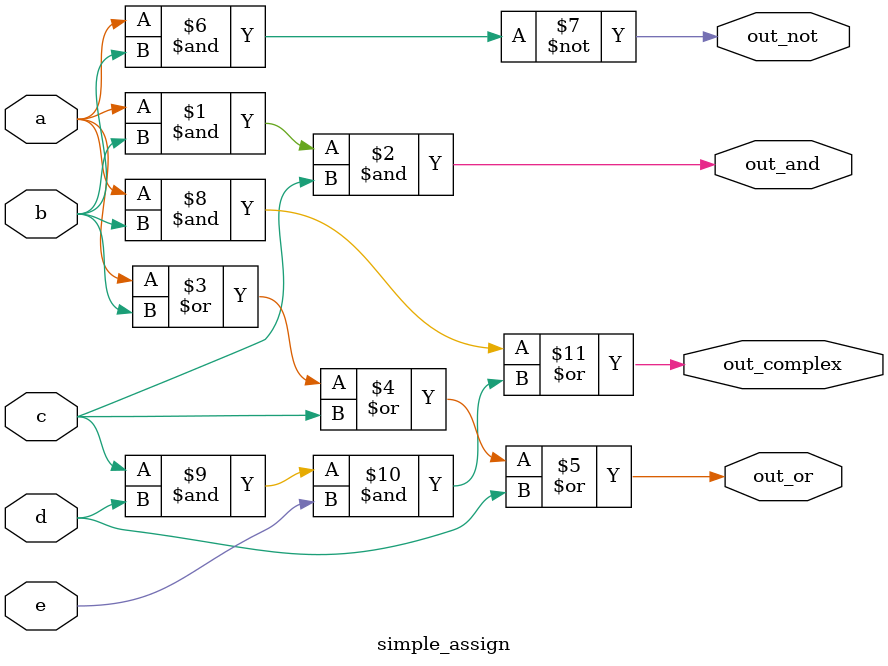
<source format=sv>
module simple_assign (
    input wire a,
    input wire b, 
    input wire c,
    input wire d,
    input wire e,
    output wire out_and,
    output wire out_or,
    output wire out_not,
    output wire out_complex
);

    // Continuous assignments with various logic operations
    assign out_and = a & b & c;           // 3-input AND
    assign out_or = a | b | c | d;        // 4-input OR  
    assign out_not = ~(a & b);            // NOT of 2-input AND
    assign out_complex = (a & b) | (c & d & e);  // Complex: (a AND b) OR (c AND d AND e)

endmodule
</source>
